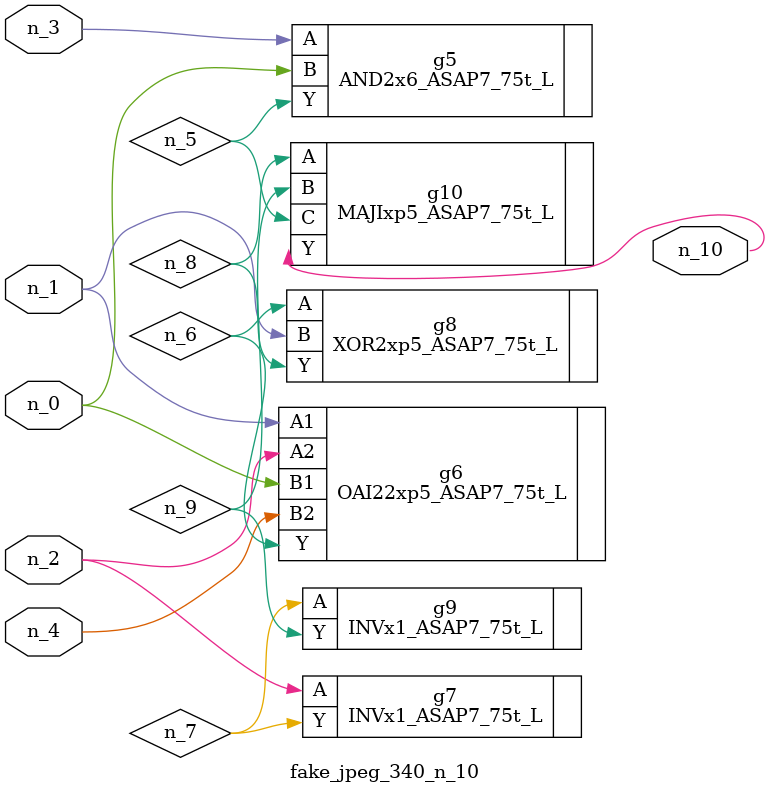
<source format=v>
module fake_jpeg_340_n_10 (n_3, n_2, n_1, n_0, n_4, n_10);

input n_3;
input n_2;
input n_1;
input n_0;
input n_4;

output n_10;

wire n_8;
wire n_9;
wire n_6;
wire n_5;
wire n_7;

AND2x6_ASAP7_75t_L g5 ( 
.A(n_3),
.B(n_0),
.Y(n_5)
);

OAI22xp5_ASAP7_75t_L g6 ( 
.A1(n_1),
.A2(n_2),
.B1(n_0),
.B2(n_4),
.Y(n_6)
);

INVx1_ASAP7_75t_L g7 ( 
.A(n_2),
.Y(n_7)
);

XOR2xp5_ASAP7_75t_L g8 ( 
.A(n_6),
.B(n_1),
.Y(n_8)
);

MAJIxp5_ASAP7_75t_L g10 ( 
.A(n_8),
.B(n_9),
.C(n_5),
.Y(n_10)
);

INVx1_ASAP7_75t_L g9 ( 
.A(n_7),
.Y(n_9)
);


endmodule
</source>
